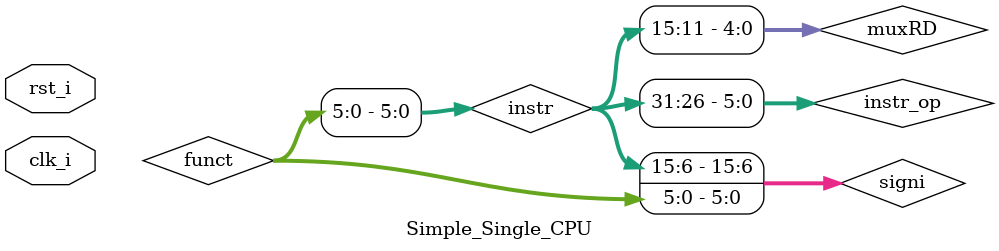
<source format=v>
module Simple_Single_CPU(
        clk_i,
		rst_i
		);
		
//I/O port
input         clk_i;
input         rst_i;

//Internal Signles
wire [31:0] pc_out;
wire [31:0] sum_1;
wire [31:0] instr;
wire [5:0] instr_op;
assign instr_op = instr[31:26];
wire [4:0] RSadd;
assign RSadd = instr[25:21];
wire [4:0] RTadd;
assign RTadd = instr[20:16];
wire RegDst;
wire [4:0] muxRD;
assign muxRD = instr[15:11];
wire [4:0] RDadd;
wire RegWrite;
wire [31:0] RSdata;
wire [31:0] RTdata;
wire ALUsrc;
wire Branch;
wire [2:0] ALUOp;
wire [5:0] funct;
assign funct = instr[5:0];
wire [15:0] signi;
assign signi =instr[15:0];
wire [31:0] signo;
wire [31:0] ALUsrc2;
wire [3:0] ALUCtrl;
wire [31:0] Shifto;
wire [31:0] ALUResult;
wire zero;
wire [31:0] ADD2o;
wire bselect;
assign bselect = Branch & zero;
wire [31:0] pc_in;

//wire [31:0] shamt;
//assign shamt = 32'd0;
//assign shamt[4:0] = instr[10:6];
wire select_shamt;
assign select_shamt = (instr[10] | instr[9] | instr[8] | instr[7] | instr[6]) & RegDst & ~Branch;
wire [31:0]shamt_output;
//Greate componentes
ProgramCounter PC(
        .clk_i(clk_i),      
	    .rst_i (rst_i),     
	    .pc_in_i(pc_in) ,   
	    .pc_out_o(pc_out) 
	    );
	
Adder Adder1(
        .src1_i(32'd4),     
	    .src2_i(pc_out),     
	    .sum_o(sum_1)    
	    );
	
Instr_Memory IM(
        .pc_addr_i(pc_out),  
	    .instr_o(instr)    
	    );

MUX_2to1 #(.size(5)) Mux_Write_Reg(
        .data0_i(RTadd),
        .data1_i(muxRD),
        .select_i(RegDst),
        .data_o(RDadd)
        );	
		
Reg_File RF(
        .clk_i(clk_i),      
	    .rst_i(rst_i) ,     
        .RSaddr_i(RSadd) ,  
        .RTaddr_i(RTadd) ,  
        .RDaddr_i(RDadd) ,  
        .RDdata_i(ALUResult)  , 
        .RegWrite_i (RegWrite),
        .RSdata_o(RSdata) ,  
        .RTdata_o(RTdata)   
        );
	
Decoder Decoder(
        .instr_op_i(instr_op), 
	    .RegWrite_o(RegWrite), 
	    .ALU_op_o(ALUOp),   
	    .ALUSrc_o(ALUsrc),   
	    .RegDst_o(RegDst),   
		.Branch_o(Branch)   
	    );

ALU_Ctrl AC(
        .funct_i(funct),   
        .ALUOp_i(ALUOp),   
        .ALUCtrl_o(ALUCtrl) 
        );
	
Sign_Extend SE(
        .data_i(signi),
        .data_o(signo)
        );

MUX_2to1 #(.size(32)) Mux_ALUSrc(
        .data0_i(RTdata),
        .data1_i(signo),
        .select_i(ALUsrc),
        .data_o(ALUsrc2)
        );

MUX_2to1 #(.size(32)) shamt_control(
        .data0_i(RSdata),
        .data1_i(instr),
        .select_i(select_shamt),
        .data_o(shamt_output)
        );      	
		
ALU ALU(
        .src1_i(shamt_output),
	    .src2_i(ALUsrc2),
	    .ctrl_i(ALUCtrl),
	    .result_o(ALUResult),
		.zero_o(zero)
	    );
		
Adder Adder2(
        .src1_i(sum_1),     
	    .src2_i(Shifto),     
	    .sum_o(ADD2o)      
	    );
		
Shift_Left_Two_32 Shifter(
        .data_i(signo),
        .data_o(Shifto)
        ); 		
		
MUX_2to1 #(.size(32)) Mux_PC_Source(
        .data0_i(sum_1),
        .data1_i(ADD2o),
        .select_i(bselect),
        .data_o(pc_in)
        );	

endmodule
		  



</source>
